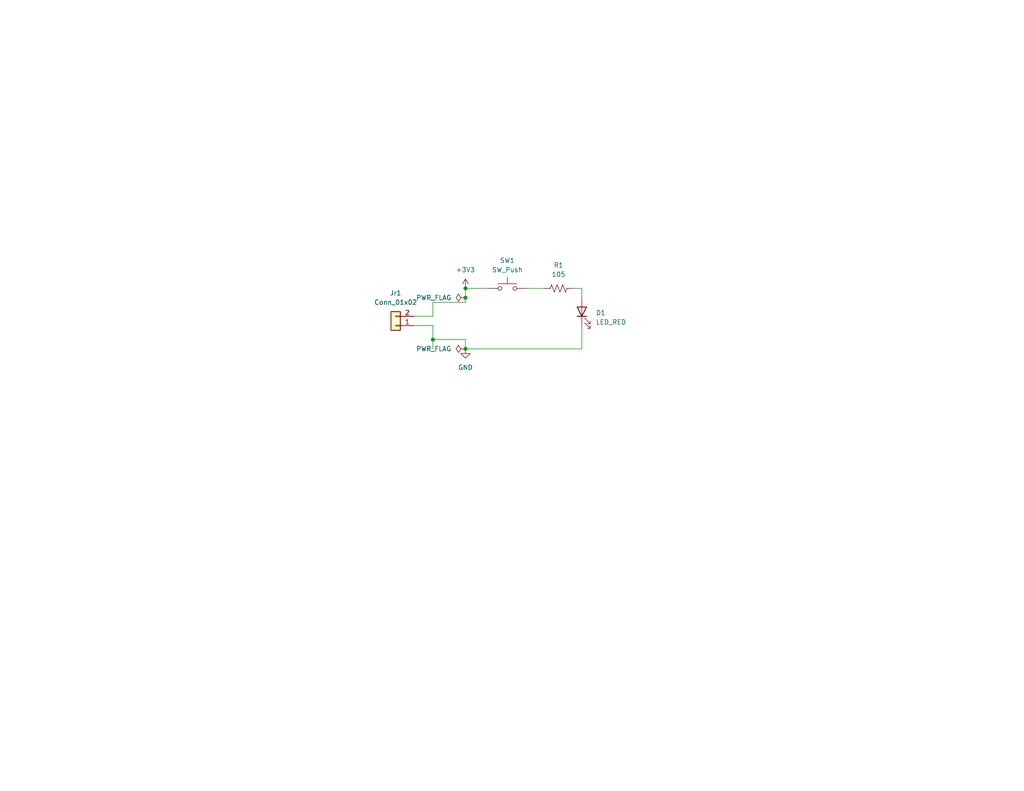
<source format=kicad_sch>
(kicad_sch (version 20231120) (generator "eeschema") (generator_version "8.0")
  (paper "USLetter")
  (title_block (title "Template") (date "2022-08-16") (rev "0.0") (company "Illini Solar Car") (comment 1 "Designed By: Esteban Casillas"))
  (lib_symbols
    (symbol "Connector_Generic:Conn_01x02" (pin_names (offset 1.016) hide)
      (property "Reference" "J" (at 0 2.54 0))
      (property "Value" "Conn_01x02" (at 0 -5.08 0))
      (symbol "Conn_01x02_1_1"
        (rectangle (start -1.27 -2.413) (end 0 -2.667) (stroke (width 0.1524)))
        (rectangle (start -1.27 0.127) (end 0 -0.127) (stroke (width 0.1524)))
        (rectangle (start -1.27 1.27) (end 1.27 -3.81) (stroke (width 0.254)) (fill (type background)))
        (pin passive line (at -5.08 0 0) (length 3.81) (name "Pin_1") (number "1"))
        (pin passive line (at -5.08 -2.54 0) (length 3.81) (name "Pin_2") (number "2"))
      )
    )
    (symbol "Device:R_US" (pin_numbers hide) (pin_names (offset 0))
      (property "Reference" "R" (at 2.54 0 90))
      (property "Value" "R_US" (at -2.54 0 90))
      (symbol "R_US_0_1"
        (polyline (pts (xy 0 -2.286) (xy 0 -2.54)))
        (polyline (pts (xy 0 2.286) (xy 0 2.54)))
        (polyline (pts (xy 0 -0.762) (xy 1.016 -1.143) (xy 0 -1.524) (xy -1.016 -1.905) (xy 0 -2.286)))
        (polyline (pts (xy 0 0.762) (xy 1.016 0.381) (xy 0 0) (xy -1.016 -0.381) (xy 0 -0.762)))
        (polyline (pts (xy 0 2.286) (xy 1.016 1.905) (xy 0 1.524) (xy -1.016 1.143) (xy 0 0.762)))
      )
      (symbol "R_US_1_1"
        (pin passive line (at 0 3.81 270) (length 1.27) (name "~") (number "1"))
        (pin passive line (at 0 -3.81 90) (length 1.27) (name "~") (number "2"))
      )
    )
    (symbol "Switch:SW_Push" (pin_numbers hide) (pin_names (offset 1.016) hide)
      (property "Reference" "SW" (at 1.27 2.54 0))
      (property "Value" "SW_Push" (at 0 -1.524 0))
      (symbol "SW_Push_0_1"
        (circle (center -2.032 0) (radius 0.508))
        (polyline (pts (xy 0 1.27) (xy 0 3.048)))
        (polyline (pts (xy 2.54 1.27) (xy -2.54 1.27)))
        (circle (center 2.032 0) (radius 0.508))
        (pin passive line (at -5.08 0 0) (length 2.54) (name "1") (number "1"))
        (pin passive line (at 5.08 0 180) (length 2.54) (name "2") (number "2"))
      )
    )
    (symbol "device:LED" (pin_numbers hide) (pin_names (offset 1.016) hide)
      (property "Reference" "D" (at 0 2.54 0))
      (property "Value" "LED" (at 0 -2.54 0))
      (symbol "LED_0_1"
        (polyline (pts (xy -1.27 -1.27) (xy -1.27 1.27)) (stroke (width 0.254)))
        (polyline (pts (xy -1.27 0) (xy 1.27 0)))
        (polyline (pts (xy 1.27 -1.27) (xy 1.27 1.27) (xy -1.27 0) (xy 1.27 -1.27)) (stroke (width 0.254)))
        (polyline (pts (xy -3.048 -0.762) (xy -4.572 -2.286) (xy -3.81 -2.286) (xy -4.572 -2.286) (xy -4.572 -1.524)))
        (polyline (pts (xy -1.778 -0.762) (xy -3.302 -2.286) (xy -2.54 -2.286) (xy -3.302 -2.286) (xy -3.302 -1.524)))
      )
      (symbol "LED_1_1"
        (pin passive line (at -3.81 0 0) (length 2.54) (name "K") (number "1"))
        (pin passive line (at 3.81 0 180) (length 2.54) (name "A") (number "2"))
      )
    )
    (symbol "power:+3V3" (power) (pin_names (offset 0))
      (property "Value" "+3V3" (at 0 3.556 0))
      (symbol "+3V3_0_1"
        (polyline (pts (xy -0.762 1.27) (xy 0 2.54)))
        (polyline (pts (xy 0 0) (xy 0 2.54)))
        (polyline (pts (xy 0 2.54) (xy 0.762 1.27)))
      )
      (symbol "+3V3_1_1"
        (pin power_in line (at 0 0 90) (length 0) hide (name "+3V3") (number "1"))
      )
    )
    (symbol "power:GND" (power) (pin_names (offset 0))
      (property "Value" "GND" (at 0 -3.81 0))
      (symbol "GND_0_1"
        (polyline (pts (xy 0 0) (xy 0 -1.27) (xy 1.27 -1.27) (xy 0 -2.54) (xy -1.27 -1.27) (xy 0 -1.27)))
      )
      (symbol "GND_1_1"
        (pin power_in line (at 0 0 270) (length 0) hide (name "GND") (number "1"))
      )
    )
    (symbol "power:PWR_FLAG" (power) (pin_numbers hide) (pin_names (offset 0) hide)
      (property "Value" "PWR_FLAG" (at 0 3.81 0))
      (symbol "PWR_FLAG_0_0"
        (pin power_out line (at 0 0 90) (length 0) (name "pwr") (number "1"))
      )
      (symbol "PWR_FLAG_0_1"
        (polyline (pts (xy 0 0) (xy 0 1.27) (xy -1.016 1.905) (xy 0 2.54) (xy 1.016 1.905) (xy 0 1.27)))
      )
    )
  )
  (junction (at 127 81.28))
  (junction (at 127 95.25))
  (junction (at 127 78.74))
  (junction (at 118.11 92.71))
  (wire (pts (xy 158.75 95.25) (xy 127 95.25)))
  (wire (pts (xy 158.75 88.9) (xy 158.75 95.25)))
  (wire (pts (xy 127 78.74) (xy 133.35 78.74)))
  (wire (pts (xy 118.11 82.55) (xy 127 82.55)))
  (wire (pts (xy 158.75 78.74) (xy 158.75 81.28)))
  (wire (pts (xy 143.51 78.74) (xy 148.59 78.74)))
  (wire (pts (xy 118.11 86.36) (xy 118.11 82.55)))
  (wire (pts (xy 113.03 86.36) (xy 118.11 86.36)))
  (wire (pts (xy 118.11 88.9) (xy 118.11 92.71)))
  (wire (pts (xy 118.11 92.71) (xy 118.11 95.25)))
  (wire (pts (xy 127 81.28) (xy 127 78.74)))
  (wire (pts (xy 156.21 78.74) (xy 158.75 78.74)))
  (wire (pts (xy 113.03 88.9) (xy 118.11 88.9)))
  (wire (pts (xy 127 92.71) (xy 127 95.25)))
  (wire (pts (xy 118.11 92.71) (xy 127 92.71)))
  (wire (pts (xy 127 82.55) (xy 127 81.28)))
  (symbol (lib_id "power:+3V3") (at 127 78.74 0) (unit 1)
    (property "Reference" "#PWR01" (effects (hide yes)))
    (property "Value" "+3V3" (at 127 73.66 0))
    (property "Description" "Power symbol creates a global label with name \"+3V3\"" (effects (hide yes)))
  )
  (symbol (lib_id "device:LED") (at 158.75 85.09 90) (unit 1)
    (property "Reference" "D1" (at 162.56 85.4074 90) (effects (justify right)))
    (property "Value" "LED_RED" (at 162.56 87.9474 90) (effects (justify right)))
    (property "Footprint" "layout:LED_0603_Symbol_on_F.SilkS" (effects (hide yes)))
    (property "Description" "Light emitting diode" (effects (hide yes)))
  )
  (symbol (lib_id "power:GND") (at 127 95.25 0) (unit 1)
    (property "Reference" "#PWR02" (effects (hide yes)))
    (property "Value" "GND" (at 127 100.33 0))
    (property "Description" "Power symbol creates a global label with name \"GND\" , ground" (effects (hide yes)))
  )
  (symbol (lib_id "Connector_Generic:Conn_01x02") (at 107.95 88.9 180) (unit 1)
    (property "Reference" "Jr1" (at 107.95 80.01 0))
    (property "Value" "Conn_01x02" (at 107.95 82.55 0))
    (property "Footprint" "Connector_Molex:Molex_KK-254_AE-6410-02A_1x02_P2.54mm_Vertical" (effects (hide yes)))
    (property "Datasheet" "https://www.youtube.com/redirect?event=video_description&redir_token=QUFFLUhqbjB3UG9nTUtPc1lYX2NXaXZ4WHBsWVdVUmtBUXxBQ3Jtc0tsNEpaOWRjQmhpTzY5TmxTZWpGSGQ0VUJhOVBEODMxeGtkSjlHNndEam5HWUhxYUxNWktMaEotSHU3Q2xYb0RUS1RxS21jLVdYY1dZSDFlSXFqSUFRVUJoWm1DZTZkX2g4anZjUUFPbTFlRGFhWS1qQQ&q=https%3A%2F%2Fwww.molex.com%2Fpdm_docs%2Fsd%2F022272021_sd.pdf&v=MJEWDFNcRlM" (effects (hide yes)))
    (property "Description" "Generic connector, single row, 01x02, script generated (kicad-library-utils/schlib/autogen/connector/)" (effects (hide yes)))
    (property "MPN" "022272021" (effects (hide yes)))
  )
  (symbol (lib_id "power:PWR_FLAG") (at 127 95.25 90) (unit 1)
    (property "Reference" "#FLG01" (effects (hide yes)))
    (property "Value" "PWR_FLAG" (at 123.19 95.2499 90) (effects (justify left)))
    (property "Description" "Special symbol for telling ERC where power comes from" (effects (hide yes)))
  )
  (symbol (lib_id "Switch:SW_Push") (at 138.43 78.74 0) (unit 1)
    (property "Reference" "SW1" (at 138.43 71.12 0))
    (property "Value" "SW_Push" (at 138.43 73.66 0))
    (property "Footprint" "Button_Switch_SMD:SW_DIP_SPSTx01_Slide_6.7x4.1mm_W8.61mm_P2.54mm_LowProfile" (effects (hide yes)))
    (property "Datasheet" "https://www.youtube.com/redirect?event=video_description&redir_token=QUFFLUhqbVBrSHJIeU9fZV93d1NsaTdzeEpZTW9CN1ZrUXxBQ3Jtc0tsMmppVkhSaHpzUW84ZDJQN3pEblBYUTdtSWlSQVNkWWM1dG5QV0I4bUFwYlJzQ2w4SjFvYkIzZHZiUVZfUl84T0t6ZXhHMUFQZG8yNk5ILWJ3QXNjbDlyc1FMeGlNSzAtLTRwUVNDRC1WR0d4LTZuSQ&q=https%3A%2F%2Fwww.digikey.com%2Fproduct-detail%2Fen%2Fte-connectivity-alcoswitch-switches%2F1825910-6%2F450-1650-ND%2F1632536%3Futm_adgroup%3DSupplier_TE%26utm_source%3Dgoogle%26utm_medium%3Dcpc%26utm_campaign%3DEN_Product_SKU_MBR%26utm_term%3D%252B1825910-6%26utm_content%3DSupplier_TE%26gclid%3DCj0KCQjwp4j6BRCRARIsAGq4yMGhBEsv1v5KcRzgW34aOMlPkoRB4A-7BCN08FfGaiq_Dk_nlKJ0QU8aAhZPEALw_wcB&v=MJEWDFNcRlM" (effects (hide yes)))
    (property "Description" "Push button switch, generic, two pins" (effects (hide yes)))
    (property "MPN" "1825910-6" (effects (hide yes)))
  )
  (symbol (lib_id "Device:R_US") (at 152.4 78.74 90) (unit 1)
    (property "Reference" "R1" (at 152.4 72.39 90))
    (property "Value" "105" (at 152.4 74.93 90))
    (property "Footprint" "Resistor_SMD:R_0603_1608Metric_Pad0.98x0.95mm_HandSolder" (effects (hide yes)))
    (property "Description" "Resistor, US symbol" (effects (hide yes)))
  )
  (symbol (lib_id "power:PWR_FLAG") (at 127 81.28 90) (unit 1)
    (property "Reference" "#FLG02" (effects (hide yes)))
    (property "Value" "PWR_FLAG" (at 123.19 81.2799 90) (effects (justify left)))
    (property "Description" "Special symbol for telling ERC where power comes from" (effects (hide yes)))
  )
)
</source>
